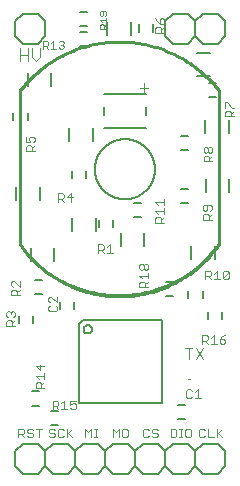
<source format=gto>
G75*
%MOIN*%
%OFA0B0*%
%FSLAX25Y25*%
%IPPOS*%
%LPD*%
%AMOC8*
5,1,8,0,0,1.08239X$1,22.5*
%
%ADD10C,0.00400*%
%ADD11C,0.00300*%
%ADD12C,0.00600*%
%ADD13C,0.00800*%
%ADD14C,0.00500*%
%ADD15C,0.00200*%
%ADD16C,0.01000*%
%ADD17C,0.00000*%
D10*
X0049068Y0131397D02*
X0049068Y0134133D01*
X0047700Y0132765D02*
X0050436Y0132765D01*
X0014579Y0143081D02*
X0014579Y0145817D01*
X0014579Y0143081D02*
X0013211Y0141713D01*
X0011844Y0143081D01*
X0011844Y0145817D01*
X0010436Y0145817D02*
X0010436Y0141713D01*
X0010436Y0143765D02*
X0007700Y0143765D01*
X0007700Y0141713D02*
X0007700Y0145817D01*
D11*
X0009820Y0116431D02*
X0009820Y0114497D01*
X0011271Y0114497D01*
X0010787Y0115464D01*
X0010787Y0115948D01*
X0011271Y0116431D01*
X0012238Y0116431D01*
X0012722Y0115948D01*
X0012722Y0114980D01*
X0012238Y0114497D01*
X0012722Y0113485D02*
X0011755Y0112517D01*
X0011755Y0113001D02*
X0011755Y0111550D01*
X0012722Y0111550D02*
X0009820Y0111550D01*
X0009820Y0113001D01*
X0010303Y0113485D01*
X0011271Y0113485D01*
X0011755Y0113001D01*
X0020454Y0097558D02*
X0021905Y0097558D01*
X0022389Y0097074D01*
X0022389Y0096106D01*
X0021905Y0095623D01*
X0020454Y0095623D01*
X0020454Y0094655D02*
X0020454Y0097558D01*
X0021421Y0095623D02*
X0022389Y0094655D01*
X0023400Y0096106D02*
X0025335Y0096106D01*
X0024852Y0094655D02*
X0024852Y0097558D01*
X0023400Y0096106D01*
X0033798Y0080517D02*
X0033798Y0077614D01*
X0033798Y0078582D02*
X0035249Y0078582D01*
X0035733Y0079065D01*
X0035733Y0080033D01*
X0035249Y0080517D01*
X0033798Y0080517D01*
X0034765Y0078582D02*
X0035733Y0077614D01*
X0036744Y0077614D02*
X0038679Y0077614D01*
X0037712Y0077614D02*
X0037712Y0080517D01*
X0036744Y0079549D01*
X0047598Y0073508D02*
X0047598Y0072540D01*
X0048081Y0072056D01*
X0048565Y0072056D01*
X0049049Y0072540D01*
X0049049Y0073508D01*
X0049533Y0073991D01*
X0050016Y0073991D01*
X0050500Y0073508D01*
X0050500Y0072540D01*
X0050016Y0072056D01*
X0049533Y0072056D01*
X0049049Y0072540D01*
X0049049Y0073508D02*
X0048565Y0073991D01*
X0048081Y0073991D01*
X0047598Y0073508D01*
X0047598Y0070077D02*
X0050500Y0070077D01*
X0050500Y0069110D02*
X0050500Y0071045D01*
X0050500Y0068098D02*
X0049533Y0067131D01*
X0049533Y0067615D02*
X0049533Y0066163D01*
X0050500Y0066163D02*
X0047598Y0066163D01*
X0047598Y0067615D01*
X0048081Y0068098D01*
X0049049Y0068098D01*
X0049533Y0067615D01*
X0048565Y0069110D02*
X0047598Y0070077D01*
X0052898Y0087663D02*
X0052898Y0089115D01*
X0053381Y0089598D01*
X0054349Y0089598D01*
X0054833Y0089115D01*
X0054833Y0087663D01*
X0055800Y0087663D02*
X0052898Y0087663D01*
X0054833Y0088631D02*
X0055800Y0089598D01*
X0055800Y0090610D02*
X0055800Y0092545D01*
X0055800Y0091577D02*
X0052898Y0091577D01*
X0053865Y0090610D01*
X0053865Y0093556D02*
X0052898Y0094524D01*
X0055800Y0094524D01*
X0055800Y0095491D02*
X0055800Y0093556D01*
X0068764Y0093164D02*
X0068764Y0092197D01*
X0069247Y0091713D01*
X0069731Y0091713D01*
X0070215Y0092197D01*
X0070215Y0093648D01*
X0071182Y0093648D02*
X0069247Y0093648D01*
X0068764Y0093164D01*
X0069247Y0090702D02*
X0070215Y0090702D01*
X0070699Y0090218D01*
X0070699Y0088767D01*
X0070699Y0089734D02*
X0071666Y0090702D01*
X0071182Y0091713D02*
X0071666Y0092197D01*
X0071666Y0093164D01*
X0071182Y0093648D01*
X0069247Y0090702D02*
X0068764Y0090218D01*
X0068764Y0088767D01*
X0071666Y0088767D01*
X0070978Y0071724D02*
X0069526Y0071724D01*
X0069526Y0068821D01*
X0069526Y0069789D02*
X0070978Y0069789D01*
X0071461Y0070272D01*
X0071461Y0071240D01*
X0070978Y0071724D01*
X0070494Y0069789D02*
X0071461Y0068821D01*
X0072473Y0068821D02*
X0074408Y0068821D01*
X0073440Y0068821D02*
X0073440Y0071724D01*
X0072473Y0070756D01*
X0075419Y0071240D02*
X0075419Y0069305D01*
X0077354Y0071240D01*
X0077354Y0069305D01*
X0076871Y0068821D01*
X0075903Y0068821D01*
X0075419Y0069305D01*
X0075419Y0071240D02*
X0075903Y0071724D01*
X0076871Y0071724D01*
X0077354Y0071240D01*
X0076238Y0050316D02*
X0075271Y0049832D01*
X0074303Y0048865D01*
X0075755Y0048865D01*
X0076238Y0048381D01*
X0076238Y0047897D01*
X0075755Y0047413D01*
X0074787Y0047413D01*
X0074303Y0047897D01*
X0074303Y0048865D01*
X0073292Y0047413D02*
X0071357Y0047413D01*
X0072324Y0047413D02*
X0072324Y0050316D01*
X0071357Y0049348D01*
X0070345Y0048865D02*
X0069862Y0048381D01*
X0068410Y0048381D01*
X0068410Y0047413D02*
X0068410Y0050316D01*
X0069862Y0050316D01*
X0070345Y0049832D01*
X0070345Y0048865D01*
X0069378Y0048381D02*
X0070345Y0047413D01*
X0068902Y0046067D02*
X0066433Y0042363D01*
X0068902Y0042363D02*
X0066433Y0046067D01*
X0065219Y0046067D02*
X0062750Y0046067D01*
X0063984Y0046067D02*
X0063984Y0042363D01*
X0063634Y0032116D02*
X0063150Y0031632D01*
X0063150Y0029697D01*
X0063634Y0029213D01*
X0064601Y0029213D01*
X0065085Y0029697D01*
X0066097Y0029213D02*
X0068031Y0029213D01*
X0067064Y0029213D02*
X0067064Y0032116D01*
X0066097Y0031148D01*
X0065085Y0031632D02*
X0064601Y0032116D01*
X0063634Y0032116D01*
X0063345Y0019066D02*
X0062861Y0018582D01*
X0062861Y0016647D01*
X0063345Y0016163D01*
X0064312Y0016163D01*
X0064796Y0016647D01*
X0064796Y0018582D01*
X0064312Y0019066D01*
X0063345Y0019066D01*
X0061864Y0019066D02*
X0060897Y0019066D01*
X0061380Y0019066D02*
X0061380Y0016163D01*
X0060897Y0016163D02*
X0061864Y0016163D01*
X0059885Y0016647D02*
X0059885Y0018582D01*
X0059401Y0019066D01*
X0057950Y0019066D01*
X0057950Y0016163D01*
X0059401Y0016163D01*
X0059885Y0016647D01*
X0053631Y0016647D02*
X0053148Y0016163D01*
X0052180Y0016163D01*
X0051697Y0016647D01*
X0050685Y0016647D02*
X0050201Y0016163D01*
X0049234Y0016163D01*
X0048750Y0016647D01*
X0048750Y0018582D01*
X0049234Y0019066D01*
X0050201Y0019066D01*
X0050685Y0018582D01*
X0051697Y0018582D02*
X0051697Y0018098D01*
X0052180Y0017615D01*
X0053148Y0017615D01*
X0053631Y0017131D01*
X0053631Y0016647D01*
X0053631Y0018582D02*
X0053148Y0019066D01*
X0052180Y0019066D01*
X0051697Y0018582D01*
X0043731Y0018582D02*
X0043731Y0016647D01*
X0043248Y0016163D01*
X0042280Y0016163D01*
X0041797Y0016647D01*
X0041797Y0018582D01*
X0042280Y0019066D01*
X0043248Y0019066D01*
X0043731Y0018582D01*
X0040785Y0019066D02*
X0040785Y0016163D01*
X0039817Y0018098D02*
X0040785Y0019066D01*
X0039817Y0018098D02*
X0038850Y0019066D01*
X0038850Y0016163D01*
X0033464Y0016163D02*
X0032497Y0016163D01*
X0032980Y0016163D02*
X0032980Y0019066D01*
X0032497Y0019066D02*
X0033464Y0019066D01*
X0031485Y0019066D02*
X0031485Y0016163D01*
X0030517Y0018098D02*
X0031485Y0019066D01*
X0030517Y0018098D02*
X0029550Y0019066D01*
X0029550Y0016163D01*
X0025278Y0016163D02*
X0023827Y0017615D01*
X0023343Y0017131D02*
X0025278Y0019066D01*
X0023343Y0019066D02*
X0023343Y0016163D01*
X0022331Y0016647D02*
X0021848Y0016163D01*
X0020880Y0016163D01*
X0020397Y0016647D01*
X0020397Y0018582D01*
X0020880Y0019066D01*
X0021848Y0019066D01*
X0022331Y0018582D01*
X0019385Y0018582D02*
X0018901Y0019066D01*
X0017934Y0019066D01*
X0017450Y0018582D01*
X0017450Y0018098D01*
X0017934Y0017615D01*
X0018901Y0017615D01*
X0019385Y0017131D01*
X0019385Y0016647D01*
X0018901Y0016163D01*
X0017934Y0016163D01*
X0017450Y0016647D01*
X0015078Y0019066D02*
X0013143Y0019066D01*
X0012131Y0018582D02*
X0011648Y0019066D01*
X0010680Y0019066D01*
X0010197Y0018582D01*
X0010197Y0018098D01*
X0010680Y0017615D01*
X0011648Y0017615D01*
X0012131Y0017131D01*
X0012131Y0016647D01*
X0011648Y0016163D01*
X0010680Y0016163D01*
X0010197Y0016647D01*
X0009185Y0016163D02*
X0008217Y0017131D01*
X0008701Y0017131D02*
X0007250Y0017131D01*
X0007250Y0016163D02*
X0007250Y0019066D01*
X0008701Y0019066D01*
X0009185Y0018582D01*
X0009185Y0017615D01*
X0008701Y0017131D01*
X0014111Y0016163D02*
X0014111Y0019066D01*
X0018650Y0025513D02*
X0018650Y0028416D01*
X0020101Y0028416D01*
X0020585Y0027932D01*
X0020585Y0026965D01*
X0020101Y0026481D01*
X0018650Y0026481D01*
X0019617Y0026481D02*
X0020585Y0025513D01*
X0021597Y0025513D02*
X0023531Y0025513D01*
X0022564Y0025513D02*
X0022564Y0028416D01*
X0021597Y0027448D01*
X0024543Y0026965D02*
X0025511Y0027448D01*
X0025994Y0027448D01*
X0026478Y0026965D01*
X0026478Y0025997D01*
X0025994Y0025513D01*
X0025027Y0025513D01*
X0024543Y0025997D01*
X0024543Y0026965D02*
X0024543Y0028416D01*
X0026478Y0028416D01*
X0015900Y0032563D02*
X0012998Y0032563D01*
X0012998Y0034015D01*
X0013481Y0034498D01*
X0014449Y0034498D01*
X0014933Y0034015D01*
X0014933Y0032563D01*
X0014933Y0033531D02*
X0015900Y0034498D01*
X0015900Y0035510D02*
X0015900Y0037445D01*
X0015900Y0036477D02*
X0012998Y0036477D01*
X0013965Y0035510D01*
X0014449Y0038456D02*
X0014449Y0040391D01*
X0015900Y0039908D02*
X0012998Y0039908D01*
X0014449Y0038456D01*
X0006074Y0053226D02*
X0003172Y0053226D01*
X0003172Y0054677D01*
X0003655Y0055161D01*
X0004623Y0055161D01*
X0005107Y0054677D01*
X0005107Y0053226D01*
X0005107Y0054193D02*
X0006074Y0055161D01*
X0005590Y0056172D02*
X0006074Y0056656D01*
X0006074Y0057623D01*
X0005590Y0058107D01*
X0005107Y0058107D01*
X0004623Y0057623D01*
X0004623Y0057140D01*
X0004623Y0057623D02*
X0004139Y0058107D01*
X0003655Y0058107D01*
X0003172Y0057623D01*
X0003172Y0056656D01*
X0003655Y0056172D01*
X0004824Y0063467D02*
X0004824Y0064918D01*
X0005307Y0065402D01*
X0006275Y0065402D01*
X0006759Y0064918D01*
X0006759Y0063467D01*
X0007726Y0063467D02*
X0004824Y0063467D01*
X0005307Y0066414D02*
X0004824Y0066897D01*
X0004824Y0067865D01*
X0005307Y0068349D01*
X0005791Y0068349D01*
X0007726Y0066414D01*
X0007726Y0068349D01*
X0007726Y0065402D02*
X0006759Y0064435D01*
X0017198Y0062561D02*
X0017198Y0061594D01*
X0017681Y0061110D01*
X0017681Y0060098D02*
X0017198Y0059615D01*
X0017198Y0058647D01*
X0017681Y0058163D01*
X0019616Y0058163D01*
X0020100Y0058647D01*
X0020100Y0059615D01*
X0019616Y0060098D01*
X0020100Y0061110D02*
X0018165Y0063045D01*
X0017681Y0063045D01*
X0017198Y0062561D01*
X0020100Y0063045D02*
X0020100Y0061110D01*
X0052879Y0150984D02*
X0052879Y0152435D01*
X0053363Y0152919D01*
X0054331Y0152919D01*
X0054814Y0152435D01*
X0054814Y0150984D01*
X0054814Y0151951D02*
X0055782Y0152919D01*
X0055298Y0153930D02*
X0055782Y0154414D01*
X0055782Y0155381D01*
X0055298Y0155865D01*
X0054814Y0155865D01*
X0054331Y0155381D01*
X0054331Y0153930D01*
X0055298Y0153930D01*
X0054331Y0153930D02*
X0053363Y0154898D01*
X0052879Y0155865D01*
X0052879Y0150984D02*
X0055782Y0150984D01*
X0069447Y0113007D02*
X0068964Y0112523D01*
X0068964Y0111556D01*
X0069447Y0111072D01*
X0069931Y0111072D01*
X0070415Y0111556D01*
X0070415Y0112523D01*
X0070899Y0113007D01*
X0071382Y0113007D01*
X0071866Y0112523D01*
X0071866Y0111556D01*
X0071382Y0111072D01*
X0070899Y0111072D01*
X0070415Y0111556D01*
X0070415Y0112523D02*
X0069931Y0113007D01*
X0069447Y0113007D01*
X0069447Y0110061D02*
X0070415Y0110061D01*
X0070899Y0109577D01*
X0070899Y0108126D01*
X0070899Y0109093D02*
X0071866Y0110061D01*
X0071866Y0108126D02*
X0068964Y0108126D01*
X0068964Y0109577D01*
X0069447Y0110061D01*
X0076156Y0123126D02*
X0076156Y0124577D01*
X0076640Y0125061D01*
X0077607Y0125061D01*
X0078091Y0124577D01*
X0078091Y0123126D01*
X0078091Y0124094D02*
X0079058Y0125061D01*
X0079058Y0126073D02*
X0078575Y0126073D01*
X0076640Y0128008D01*
X0076156Y0128008D01*
X0076156Y0126073D01*
X0076156Y0123126D02*
X0079058Y0123126D01*
X0075278Y0019066D02*
X0073343Y0017131D01*
X0073827Y0017615D02*
X0075278Y0016163D01*
X0073343Y0016163D02*
X0073343Y0019066D01*
X0072331Y0016163D02*
X0070397Y0016163D01*
X0070397Y0019066D01*
X0069385Y0018582D02*
X0068901Y0019066D01*
X0067934Y0019066D01*
X0067450Y0018582D01*
X0067450Y0016647D01*
X0067934Y0016163D01*
X0068901Y0016163D01*
X0069385Y0016647D01*
D12*
X0006170Y0011600D02*
X0006170Y0006600D01*
X0008670Y0004100D01*
X0013670Y0004100D01*
X0016170Y0006600D01*
X0018670Y0004100D01*
X0023670Y0004100D01*
X0026170Y0006600D01*
X0026170Y0011600D01*
X0023670Y0014100D01*
X0018670Y0014100D01*
X0016170Y0011600D01*
X0016170Y0006600D01*
X0016170Y0011600D02*
X0013670Y0014100D01*
X0008670Y0014100D01*
X0006170Y0011600D01*
X0011819Y0026751D02*
X0014181Y0026751D01*
X0014181Y0031476D02*
X0011819Y0031476D01*
X0018219Y0024876D02*
X0020581Y0024876D01*
X0020581Y0020151D02*
X0018219Y0020151D01*
X0026170Y0011600D02*
X0028670Y0014100D01*
X0033670Y0014100D01*
X0036170Y0011600D01*
X0038670Y0014100D01*
X0043670Y0014100D01*
X0046170Y0011600D01*
X0048670Y0014100D01*
X0053670Y0014100D01*
X0056170Y0011600D01*
X0056170Y0006600D01*
X0053670Y0004100D01*
X0048670Y0004100D01*
X0046170Y0006600D01*
X0043670Y0004100D01*
X0038670Y0004100D01*
X0036170Y0006600D01*
X0033670Y0004100D01*
X0028670Y0004100D01*
X0026170Y0006600D01*
X0036170Y0006600D02*
X0036170Y0011600D01*
X0027371Y0027584D02*
X0027371Y0053785D01*
X0028769Y0055183D01*
X0054969Y0055183D01*
X0054969Y0027584D01*
X0027371Y0027584D01*
X0028956Y0052183D02*
X0028958Y0052258D01*
X0028964Y0052332D01*
X0028974Y0052406D01*
X0028987Y0052479D01*
X0029005Y0052552D01*
X0029026Y0052623D01*
X0029051Y0052694D01*
X0029080Y0052763D01*
X0029113Y0052830D01*
X0029149Y0052895D01*
X0029188Y0052959D01*
X0029230Y0053020D01*
X0029276Y0053079D01*
X0029325Y0053136D01*
X0029377Y0053189D01*
X0029431Y0053240D01*
X0029488Y0053289D01*
X0029548Y0053333D01*
X0029610Y0053375D01*
X0029674Y0053414D01*
X0029740Y0053449D01*
X0029807Y0053480D01*
X0029877Y0053508D01*
X0029947Y0053532D01*
X0030019Y0053553D01*
X0030092Y0053569D01*
X0030165Y0053582D01*
X0030240Y0053591D01*
X0030314Y0053596D01*
X0030389Y0053597D01*
X0030463Y0053594D01*
X0030538Y0053587D01*
X0030611Y0053576D01*
X0030685Y0053562D01*
X0030757Y0053543D01*
X0030828Y0053521D01*
X0030898Y0053495D01*
X0030967Y0053465D01*
X0031033Y0053432D01*
X0031098Y0053395D01*
X0031161Y0053355D01*
X0031222Y0053311D01*
X0031280Y0053265D01*
X0031336Y0053215D01*
X0031389Y0053163D01*
X0031440Y0053108D01*
X0031487Y0053050D01*
X0031531Y0052990D01*
X0031572Y0052927D01*
X0031610Y0052863D01*
X0031644Y0052797D01*
X0031675Y0052728D01*
X0031702Y0052659D01*
X0031725Y0052588D01*
X0031744Y0052516D01*
X0031760Y0052443D01*
X0031772Y0052369D01*
X0031780Y0052295D01*
X0031784Y0052220D01*
X0031784Y0052146D01*
X0031780Y0052071D01*
X0031772Y0051997D01*
X0031760Y0051923D01*
X0031744Y0051850D01*
X0031725Y0051778D01*
X0031702Y0051707D01*
X0031675Y0051638D01*
X0031644Y0051569D01*
X0031610Y0051503D01*
X0031572Y0051439D01*
X0031531Y0051376D01*
X0031487Y0051316D01*
X0031440Y0051258D01*
X0031389Y0051203D01*
X0031336Y0051151D01*
X0031280Y0051101D01*
X0031222Y0051055D01*
X0031161Y0051011D01*
X0031098Y0050971D01*
X0031033Y0050934D01*
X0030967Y0050901D01*
X0030898Y0050871D01*
X0030828Y0050845D01*
X0030757Y0050823D01*
X0030685Y0050804D01*
X0030611Y0050790D01*
X0030538Y0050779D01*
X0030463Y0050772D01*
X0030389Y0050769D01*
X0030314Y0050770D01*
X0030240Y0050775D01*
X0030165Y0050784D01*
X0030092Y0050797D01*
X0030019Y0050813D01*
X0029947Y0050834D01*
X0029877Y0050858D01*
X0029807Y0050886D01*
X0029740Y0050917D01*
X0029674Y0050952D01*
X0029610Y0050991D01*
X0029548Y0051033D01*
X0029488Y0051077D01*
X0029431Y0051126D01*
X0029377Y0051177D01*
X0029325Y0051230D01*
X0029276Y0051287D01*
X0029230Y0051346D01*
X0029188Y0051407D01*
X0029149Y0051471D01*
X0029113Y0051536D01*
X0029080Y0051603D01*
X0029051Y0051672D01*
X0029026Y0051743D01*
X0029005Y0051814D01*
X0028987Y0051887D01*
X0028974Y0051960D01*
X0028964Y0052034D01*
X0028958Y0052108D01*
X0028956Y0052183D01*
X0025862Y0058932D02*
X0025862Y0061294D01*
X0021138Y0061294D02*
X0021138Y0058932D01*
X0015078Y0063825D02*
X0012716Y0063825D01*
X0012716Y0068550D02*
X0015078Y0068550D01*
X0012136Y0056557D02*
X0012136Y0054194D01*
X0007412Y0054194D02*
X0007412Y0056557D01*
X0025196Y0102636D02*
X0025196Y0104998D01*
X0029920Y0104998D02*
X0029920Y0102636D01*
X0034154Y0088587D02*
X0034154Y0086224D01*
X0038879Y0086224D02*
X0038879Y0088587D01*
X0045819Y0089651D02*
X0048181Y0089651D01*
X0048181Y0094376D02*
X0045819Y0094376D01*
X0056319Y0067876D02*
X0058681Y0067876D01*
X0058681Y0063151D02*
X0056319Y0063151D01*
X0063930Y0062709D02*
X0063930Y0065071D01*
X0068654Y0065071D02*
X0068654Y0062709D01*
X0070438Y0057994D02*
X0070438Y0055632D01*
X0075162Y0055632D02*
X0075162Y0057994D01*
X0062881Y0027076D02*
X0060519Y0027076D01*
X0060519Y0022351D02*
X0062881Y0022351D01*
X0063670Y0014100D02*
X0058670Y0014100D01*
X0056170Y0011600D01*
X0056170Y0006600D02*
X0058670Y0004100D01*
X0063670Y0004100D01*
X0066170Y0006600D01*
X0068670Y0004100D01*
X0073670Y0004100D01*
X0076170Y0006600D01*
X0076170Y0011600D01*
X0073670Y0014100D01*
X0068670Y0014100D01*
X0066170Y0011600D01*
X0066170Y0006600D01*
X0066170Y0011600D02*
X0063670Y0014100D01*
X0046170Y0011600D02*
X0046170Y0006600D01*
X0061422Y0094285D02*
X0063784Y0094285D01*
X0063784Y0099009D02*
X0061422Y0099009D01*
X0061481Y0111785D02*
X0063843Y0111785D01*
X0063843Y0116509D02*
X0061481Y0116509D01*
X0070863Y0129509D02*
X0073225Y0129509D01*
X0073225Y0134234D02*
X0070863Y0134234D01*
X0068670Y0147407D02*
X0073670Y0147407D01*
X0076170Y0149907D01*
X0076170Y0154907D01*
X0073670Y0157407D01*
X0068670Y0157407D01*
X0066170Y0154907D01*
X0066170Y0149907D01*
X0068670Y0147407D01*
X0066170Y0149907D02*
X0063670Y0147407D01*
X0058670Y0147407D01*
X0056170Y0149907D01*
X0056170Y0154907D01*
X0058670Y0157407D01*
X0063670Y0157407D01*
X0066170Y0154907D01*
X0052280Y0153781D02*
X0052280Y0151419D01*
X0047556Y0151419D02*
X0047556Y0153781D01*
X0029981Y0153151D02*
X0027619Y0153151D01*
X0027619Y0151376D02*
X0029981Y0151376D01*
X0029981Y0146651D02*
X0027619Y0146651D01*
X0027619Y0157876D02*
X0029981Y0157876D01*
X0016170Y0154907D02*
X0016170Y0149907D01*
X0013670Y0147407D01*
X0008670Y0147407D01*
X0006170Y0149907D01*
X0006170Y0154907D01*
X0008670Y0157407D01*
X0013670Y0157407D01*
X0016170Y0154907D01*
X0010284Y0124281D02*
X0010284Y0121919D01*
X0005560Y0121919D02*
X0005560Y0124281D01*
D13*
X0010363Y0133348D02*
X0010363Y0137679D01*
X0018237Y0137679D02*
X0018237Y0133348D01*
X0024178Y0119179D02*
X0024178Y0114848D01*
X0032052Y0114848D02*
X0032052Y0119179D01*
X0033020Y0089376D02*
X0033020Y0085045D01*
X0025146Y0085045D02*
X0025146Y0089376D01*
X0019211Y0079361D02*
X0019211Y0075031D01*
X0011337Y0075031D02*
X0011337Y0079361D01*
X0014464Y0095191D02*
X0014464Y0099521D01*
X0006590Y0099521D02*
X0006590Y0095191D01*
X0036863Y0150348D02*
X0036863Y0154679D01*
X0044737Y0154679D02*
X0044737Y0150348D01*
X0066635Y0144395D02*
X0070965Y0144395D01*
X0070965Y0136521D02*
X0066635Y0136521D01*
X0069536Y0121781D02*
X0069536Y0117450D01*
X0069729Y0102261D02*
X0069729Y0097931D01*
X0077603Y0097931D02*
X0077603Y0102261D01*
X0077410Y0117450D02*
X0077410Y0121781D01*
X0072761Y0079982D02*
X0072761Y0075651D01*
X0064887Y0075651D02*
X0064887Y0079982D01*
X0049237Y0080048D02*
X0049237Y0084379D01*
X0041363Y0084379D02*
X0041363Y0080048D01*
D14*
X0073995Y0080557D02*
X0073408Y0079756D01*
X0072802Y0078971D01*
X0072178Y0078200D01*
X0071534Y0077445D01*
X0070873Y0076705D01*
X0070193Y0075982D01*
X0069497Y0075276D01*
X0068783Y0074587D01*
X0068052Y0073916D01*
X0067306Y0073262D01*
X0066544Y0072627D01*
X0065766Y0072011D01*
X0064974Y0071414D01*
X0064167Y0070836D01*
X0063347Y0070278D01*
X0062513Y0069740D01*
X0061666Y0069223D01*
X0060807Y0068727D01*
X0059937Y0068251D01*
X0059054Y0067797D01*
X0058161Y0067365D01*
X0057258Y0066955D01*
X0056345Y0066566D01*
X0055423Y0066200D01*
X0054492Y0065857D01*
X0053553Y0065536D01*
X0052607Y0065239D01*
X0051653Y0064964D01*
X0050694Y0064713D01*
X0049728Y0064485D01*
X0048757Y0064281D01*
X0047781Y0064101D01*
X0046802Y0063944D01*
X0045818Y0063812D01*
X0044832Y0063703D01*
X0043844Y0063619D01*
X0042854Y0063558D01*
X0041862Y0063522D01*
X0040870Y0063510D01*
X0039878Y0063522D01*
X0038886Y0063558D01*
X0037896Y0063619D01*
X0036908Y0063703D01*
X0035922Y0063812D01*
X0034938Y0063944D01*
X0033959Y0064101D01*
X0032983Y0064281D01*
X0032012Y0064485D01*
X0031046Y0064713D01*
X0030087Y0064964D01*
X0029133Y0065239D01*
X0028187Y0065536D01*
X0027248Y0065857D01*
X0026317Y0066200D01*
X0025395Y0066566D01*
X0024482Y0066955D01*
X0023579Y0067365D01*
X0022686Y0067797D01*
X0021803Y0068251D01*
X0020933Y0068727D01*
X0020074Y0069223D01*
X0019227Y0069740D01*
X0018393Y0070278D01*
X0017573Y0070836D01*
X0016766Y0071414D01*
X0015974Y0072011D01*
X0015196Y0072627D01*
X0014434Y0073262D01*
X0013688Y0073916D01*
X0012957Y0074587D01*
X0012243Y0075276D01*
X0011547Y0075982D01*
X0010867Y0076705D01*
X0010206Y0077445D01*
X0009562Y0078200D01*
X0008938Y0078971D01*
X0008332Y0079756D01*
X0007745Y0080557D01*
X0035855Y0119427D02*
X0049635Y0119427D01*
X0049635Y0123757D02*
X0049635Y0126120D01*
X0049635Y0130450D02*
X0035855Y0130450D01*
X0035855Y0126120D02*
X0035855Y0123757D01*
X0007745Y0131807D02*
X0008391Y0132610D01*
X0009057Y0133396D01*
X0009741Y0134166D01*
X0010445Y0134919D01*
X0011166Y0135654D01*
X0011905Y0136371D01*
X0012662Y0137071D01*
X0013436Y0137751D01*
X0014226Y0138412D01*
X0015031Y0139054D01*
X0015853Y0139676D01*
X0016689Y0140278D01*
X0017540Y0140859D01*
X0018404Y0141419D01*
X0019282Y0141958D01*
X0020174Y0142475D01*
X0021077Y0142970D01*
X0021992Y0143443D01*
X0022919Y0143893D01*
X0023856Y0144321D01*
X0024803Y0144726D01*
X0025761Y0145107D01*
X0026727Y0145465D01*
X0027701Y0145799D01*
X0028684Y0146109D01*
X0029673Y0146395D01*
X0030670Y0146656D01*
X0031672Y0146894D01*
X0032680Y0147106D01*
X0033693Y0147294D01*
X0034711Y0147457D01*
X0035732Y0147595D01*
X0036756Y0147709D01*
X0037782Y0147797D01*
X0038810Y0147860D01*
X0039840Y0147897D01*
X0040870Y0147910D01*
X0041900Y0147897D01*
X0042930Y0147860D01*
X0043958Y0147797D01*
X0044984Y0147709D01*
X0046008Y0147595D01*
X0047029Y0147457D01*
X0048047Y0147294D01*
X0049060Y0147106D01*
X0050068Y0146894D01*
X0051070Y0146656D01*
X0052067Y0146395D01*
X0053056Y0146109D01*
X0054039Y0145799D01*
X0055013Y0145465D01*
X0055979Y0145107D01*
X0056937Y0144726D01*
X0057884Y0144321D01*
X0058821Y0143893D01*
X0059748Y0143443D01*
X0060663Y0142970D01*
X0061566Y0142475D01*
X0062458Y0141958D01*
X0063336Y0141419D01*
X0064200Y0140859D01*
X0065051Y0140278D01*
X0065887Y0139676D01*
X0066709Y0139054D01*
X0067514Y0138412D01*
X0068304Y0137751D01*
X0069078Y0137071D01*
X0069835Y0136371D01*
X0070574Y0135654D01*
X0071295Y0134919D01*
X0071999Y0134166D01*
X0072683Y0133396D01*
X0073349Y0132610D01*
X0073995Y0131807D01*
X0032745Y0105557D02*
X0032748Y0105802D01*
X0032757Y0106048D01*
X0032772Y0106293D01*
X0032793Y0106537D01*
X0032820Y0106781D01*
X0032853Y0107024D01*
X0032892Y0107267D01*
X0032937Y0107508D01*
X0032988Y0107748D01*
X0033045Y0107987D01*
X0033107Y0108224D01*
X0033176Y0108460D01*
X0033250Y0108694D01*
X0033330Y0108926D01*
X0033415Y0109156D01*
X0033506Y0109384D01*
X0033603Y0109609D01*
X0033705Y0109833D01*
X0033813Y0110053D01*
X0033926Y0110271D01*
X0034044Y0110486D01*
X0034168Y0110698D01*
X0034296Y0110907D01*
X0034430Y0111113D01*
X0034569Y0111315D01*
X0034713Y0111514D01*
X0034862Y0111709D01*
X0035015Y0111901D01*
X0035173Y0112089D01*
X0035335Y0112273D01*
X0035503Y0112452D01*
X0035674Y0112628D01*
X0035850Y0112799D01*
X0036029Y0112967D01*
X0036213Y0113129D01*
X0036401Y0113287D01*
X0036593Y0113440D01*
X0036788Y0113589D01*
X0036987Y0113733D01*
X0037189Y0113872D01*
X0037395Y0114006D01*
X0037604Y0114134D01*
X0037816Y0114258D01*
X0038031Y0114376D01*
X0038249Y0114489D01*
X0038469Y0114597D01*
X0038693Y0114699D01*
X0038918Y0114796D01*
X0039146Y0114887D01*
X0039376Y0114972D01*
X0039608Y0115052D01*
X0039842Y0115126D01*
X0040078Y0115195D01*
X0040315Y0115257D01*
X0040554Y0115314D01*
X0040794Y0115365D01*
X0041035Y0115410D01*
X0041278Y0115449D01*
X0041521Y0115482D01*
X0041765Y0115509D01*
X0042009Y0115530D01*
X0042254Y0115545D01*
X0042500Y0115554D01*
X0042745Y0115557D01*
X0042990Y0115554D01*
X0043236Y0115545D01*
X0043481Y0115530D01*
X0043725Y0115509D01*
X0043969Y0115482D01*
X0044212Y0115449D01*
X0044455Y0115410D01*
X0044696Y0115365D01*
X0044936Y0115314D01*
X0045175Y0115257D01*
X0045412Y0115195D01*
X0045648Y0115126D01*
X0045882Y0115052D01*
X0046114Y0114972D01*
X0046344Y0114887D01*
X0046572Y0114796D01*
X0046797Y0114699D01*
X0047021Y0114597D01*
X0047241Y0114489D01*
X0047459Y0114376D01*
X0047674Y0114258D01*
X0047886Y0114134D01*
X0048095Y0114006D01*
X0048301Y0113872D01*
X0048503Y0113733D01*
X0048702Y0113589D01*
X0048897Y0113440D01*
X0049089Y0113287D01*
X0049277Y0113129D01*
X0049461Y0112967D01*
X0049640Y0112799D01*
X0049816Y0112628D01*
X0049987Y0112452D01*
X0050155Y0112273D01*
X0050317Y0112089D01*
X0050475Y0111901D01*
X0050628Y0111709D01*
X0050777Y0111514D01*
X0050921Y0111315D01*
X0051060Y0111113D01*
X0051194Y0110907D01*
X0051322Y0110698D01*
X0051446Y0110486D01*
X0051564Y0110271D01*
X0051677Y0110053D01*
X0051785Y0109833D01*
X0051887Y0109609D01*
X0051984Y0109384D01*
X0052075Y0109156D01*
X0052160Y0108926D01*
X0052240Y0108694D01*
X0052314Y0108460D01*
X0052383Y0108224D01*
X0052445Y0107987D01*
X0052502Y0107748D01*
X0052553Y0107508D01*
X0052598Y0107267D01*
X0052637Y0107024D01*
X0052670Y0106781D01*
X0052697Y0106537D01*
X0052718Y0106293D01*
X0052733Y0106048D01*
X0052742Y0105802D01*
X0052745Y0105557D01*
X0052742Y0105312D01*
X0052733Y0105066D01*
X0052718Y0104821D01*
X0052697Y0104577D01*
X0052670Y0104333D01*
X0052637Y0104090D01*
X0052598Y0103847D01*
X0052553Y0103606D01*
X0052502Y0103366D01*
X0052445Y0103127D01*
X0052383Y0102890D01*
X0052314Y0102654D01*
X0052240Y0102420D01*
X0052160Y0102188D01*
X0052075Y0101958D01*
X0051984Y0101730D01*
X0051887Y0101505D01*
X0051785Y0101281D01*
X0051677Y0101061D01*
X0051564Y0100843D01*
X0051446Y0100628D01*
X0051322Y0100416D01*
X0051194Y0100207D01*
X0051060Y0100001D01*
X0050921Y0099799D01*
X0050777Y0099600D01*
X0050628Y0099405D01*
X0050475Y0099213D01*
X0050317Y0099025D01*
X0050155Y0098841D01*
X0049987Y0098662D01*
X0049816Y0098486D01*
X0049640Y0098315D01*
X0049461Y0098147D01*
X0049277Y0097985D01*
X0049089Y0097827D01*
X0048897Y0097674D01*
X0048702Y0097525D01*
X0048503Y0097381D01*
X0048301Y0097242D01*
X0048095Y0097108D01*
X0047886Y0096980D01*
X0047674Y0096856D01*
X0047459Y0096738D01*
X0047241Y0096625D01*
X0047021Y0096517D01*
X0046797Y0096415D01*
X0046572Y0096318D01*
X0046344Y0096227D01*
X0046114Y0096142D01*
X0045882Y0096062D01*
X0045648Y0095988D01*
X0045412Y0095919D01*
X0045175Y0095857D01*
X0044936Y0095800D01*
X0044696Y0095749D01*
X0044455Y0095704D01*
X0044212Y0095665D01*
X0043969Y0095632D01*
X0043725Y0095605D01*
X0043481Y0095584D01*
X0043236Y0095569D01*
X0042990Y0095560D01*
X0042745Y0095557D01*
X0042500Y0095560D01*
X0042254Y0095569D01*
X0042009Y0095584D01*
X0041765Y0095605D01*
X0041521Y0095632D01*
X0041278Y0095665D01*
X0041035Y0095704D01*
X0040794Y0095749D01*
X0040554Y0095800D01*
X0040315Y0095857D01*
X0040078Y0095919D01*
X0039842Y0095988D01*
X0039608Y0096062D01*
X0039376Y0096142D01*
X0039146Y0096227D01*
X0038918Y0096318D01*
X0038693Y0096415D01*
X0038469Y0096517D01*
X0038249Y0096625D01*
X0038031Y0096738D01*
X0037816Y0096856D01*
X0037604Y0096980D01*
X0037395Y0097108D01*
X0037189Y0097242D01*
X0036987Y0097381D01*
X0036788Y0097525D01*
X0036593Y0097674D01*
X0036401Y0097827D01*
X0036213Y0097985D01*
X0036029Y0098147D01*
X0035850Y0098315D01*
X0035674Y0098486D01*
X0035503Y0098662D01*
X0035335Y0098841D01*
X0035173Y0099025D01*
X0035015Y0099213D01*
X0034862Y0099405D01*
X0034713Y0099600D01*
X0034569Y0099799D01*
X0034430Y0100001D01*
X0034296Y0100207D01*
X0034168Y0100416D01*
X0034044Y0100628D01*
X0033926Y0100843D01*
X0033813Y0101061D01*
X0033705Y0101281D01*
X0033603Y0101505D01*
X0033506Y0101730D01*
X0033415Y0101958D01*
X0033330Y0102188D01*
X0033250Y0102420D01*
X0033176Y0102654D01*
X0033107Y0102890D01*
X0033045Y0103127D01*
X0032988Y0103366D01*
X0032937Y0103606D01*
X0032892Y0103847D01*
X0032853Y0104090D01*
X0032820Y0104333D01*
X0032793Y0104577D01*
X0032772Y0104821D01*
X0032757Y0105066D01*
X0032748Y0105312D01*
X0032745Y0105557D01*
D15*
X0021923Y0145763D02*
X0021055Y0145763D01*
X0020622Y0146197D01*
X0019778Y0145763D02*
X0018044Y0145763D01*
X0017200Y0145763D02*
X0016333Y0146631D01*
X0016766Y0146631D02*
X0017200Y0147064D01*
X0017200Y0147932D01*
X0016766Y0148366D01*
X0015465Y0148366D01*
X0015465Y0145763D01*
X0015465Y0146631D02*
X0016766Y0146631D01*
X0018044Y0147498D02*
X0018911Y0148366D01*
X0018911Y0145763D01*
X0020622Y0147932D02*
X0021055Y0148366D01*
X0021923Y0148366D01*
X0022357Y0147932D01*
X0022357Y0147498D01*
X0021923Y0147064D01*
X0022357Y0146631D01*
X0022357Y0146197D01*
X0021923Y0145763D01*
X0021923Y0147064D02*
X0021489Y0147064D01*
X0034348Y0152313D02*
X0034348Y0153414D01*
X0034715Y0153781D01*
X0035449Y0153781D01*
X0035816Y0153414D01*
X0035816Y0152313D01*
X0036550Y0152313D02*
X0034348Y0152313D01*
X0035082Y0154523D02*
X0034348Y0155257D01*
X0036550Y0155257D01*
X0036550Y0154523D02*
X0036550Y0155991D01*
X0036183Y0156733D02*
X0036550Y0157100D01*
X0036550Y0157834D01*
X0036183Y0158201D01*
X0034715Y0158201D01*
X0034348Y0157834D01*
X0034348Y0157100D01*
X0034715Y0156733D01*
X0035082Y0156733D01*
X0035449Y0157100D01*
X0035449Y0158201D01*
X0036550Y0153781D02*
X0035816Y0153047D01*
D16*
X0007745Y0131806D02*
X0008379Y0132604D01*
X0009032Y0133385D01*
X0009704Y0134150D01*
X0010394Y0134899D01*
X0011102Y0135631D01*
X0011828Y0136345D01*
X0012571Y0137042D01*
X0013331Y0137720D01*
X0014107Y0138380D01*
X0014899Y0139021D01*
X0015706Y0139642D01*
X0016528Y0140243D01*
X0017364Y0140824D01*
X0018214Y0141385D01*
X0019078Y0141925D01*
X0019954Y0142444D01*
X0020843Y0142941D01*
X0021744Y0143417D01*
X0022656Y0143870D01*
X0023578Y0144302D01*
X0024511Y0144711D01*
X0025454Y0145097D01*
X0026405Y0145460D01*
X0027365Y0145799D01*
X0028334Y0146116D01*
X0029309Y0146408D01*
X0030291Y0146677D01*
X0031280Y0146922D01*
X0032274Y0147143D01*
X0033273Y0147340D01*
X0034277Y0147512D01*
X0035285Y0147660D01*
X0036296Y0147784D01*
X0037310Y0147883D01*
X0038325Y0147957D01*
X0039343Y0148006D01*
X0040361Y0148031D01*
X0041379Y0148031D01*
X0042397Y0148006D01*
X0043415Y0147957D01*
X0044430Y0147883D01*
X0045444Y0147784D01*
X0046455Y0147660D01*
X0047463Y0147512D01*
X0048467Y0147340D01*
X0049466Y0147143D01*
X0050460Y0146922D01*
X0051449Y0146677D01*
X0052431Y0146408D01*
X0053406Y0146116D01*
X0054375Y0145799D01*
X0055335Y0145460D01*
X0056286Y0145097D01*
X0057229Y0144711D01*
X0058162Y0144302D01*
X0059084Y0143870D01*
X0059996Y0143417D01*
X0060897Y0142941D01*
X0061786Y0142444D01*
X0062662Y0141925D01*
X0063526Y0141385D01*
X0064376Y0140824D01*
X0065212Y0140243D01*
X0066034Y0139642D01*
X0066841Y0139021D01*
X0067633Y0138380D01*
X0068409Y0137720D01*
X0069169Y0137042D01*
X0069912Y0136345D01*
X0070638Y0135631D01*
X0071346Y0134899D01*
X0072036Y0134150D01*
X0072708Y0133385D01*
X0073361Y0132604D01*
X0073995Y0131806D01*
X0073995Y0131807D02*
X0073995Y0080557D01*
X0073426Y0079752D01*
X0072838Y0078962D01*
X0072230Y0078186D01*
X0071604Y0077425D01*
X0070959Y0076680D01*
X0070296Y0075951D01*
X0069616Y0075238D01*
X0068918Y0074543D01*
X0068203Y0073864D01*
X0067473Y0073204D01*
X0066726Y0072561D01*
X0065963Y0071937D01*
X0065186Y0071332D01*
X0064394Y0070746D01*
X0063587Y0070179D01*
X0062767Y0069633D01*
X0061934Y0069106D01*
X0061089Y0068601D01*
X0060231Y0068116D01*
X0059362Y0067652D01*
X0058481Y0067210D01*
X0057590Y0066789D01*
X0056689Y0066391D01*
X0055778Y0066014D01*
X0054859Y0065660D01*
X0053931Y0065329D01*
X0052995Y0065020D01*
X0052052Y0064735D01*
X0051102Y0064472D01*
X0050147Y0064233D01*
X0049185Y0064018D01*
X0048219Y0063826D01*
X0047248Y0063658D01*
X0046273Y0063514D01*
X0045295Y0063393D01*
X0044314Y0063297D01*
X0043332Y0063224D01*
X0042348Y0063176D01*
X0041363Y0063152D01*
X0040377Y0063152D01*
X0039392Y0063176D01*
X0038408Y0063224D01*
X0037426Y0063297D01*
X0036445Y0063393D01*
X0035467Y0063514D01*
X0034492Y0063658D01*
X0033521Y0063826D01*
X0032555Y0064018D01*
X0031593Y0064233D01*
X0030638Y0064472D01*
X0029688Y0064735D01*
X0028745Y0065020D01*
X0027809Y0065329D01*
X0026881Y0065660D01*
X0025962Y0066014D01*
X0025051Y0066391D01*
X0024150Y0066789D01*
X0023259Y0067210D01*
X0022378Y0067652D01*
X0021509Y0068116D01*
X0020651Y0068601D01*
X0019806Y0069106D01*
X0018973Y0069633D01*
X0018153Y0070179D01*
X0017346Y0070746D01*
X0016554Y0071332D01*
X0015777Y0071937D01*
X0015014Y0072561D01*
X0014267Y0073204D01*
X0013537Y0073864D01*
X0012822Y0074543D01*
X0012124Y0075238D01*
X0011444Y0075951D01*
X0010781Y0076680D01*
X0010136Y0077425D01*
X0009510Y0078186D01*
X0008902Y0078962D01*
X0008314Y0079752D01*
X0007745Y0080557D01*
X0007745Y0131807D01*
D17*
X0063800Y0035613D02*
X0063800Y0035513D01*
X0063800Y0035547D02*
X0063850Y0035547D01*
X0063867Y0035563D01*
X0063867Y0035597D01*
X0063850Y0035613D01*
X0063800Y0035613D01*
X0063892Y0035613D02*
X0063959Y0035613D01*
X0063984Y0035613D02*
X0064034Y0035613D01*
X0064051Y0035597D01*
X0064051Y0035563D01*
X0064034Y0035547D01*
X0063984Y0035547D01*
X0064018Y0035547D02*
X0064051Y0035513D01*
X0064076Y0035513D02*
X0064143Y0035513D01*
X0064110Y0035513D02*
X0064110Y0035613D01*
X0064076Y0035580D01*
X0063984Y0035613D02*
X0063984Y0035513D01*
X0063925Y0035513D02*
X0063925Y0035613D01*
X0064168Y0035613D02*
X0064235Y0035613D01*
X0064260Y0035613D02*
X0064310Y0035613D01*
X0064327Y0035597D01*
X0064327Y0035563D01*
X0064310Y0035547D01*
X0064260Y0035547D01*
X0064260Y0035513D02*
X0064260Y0035613D01*
X0064202Y0035613D02*
X0064202Y0035513D01*
X0064352Y0035513D02*
X0064419Y0035513D01*
X0064445Y0035530D02*
X0064461Y0035513D01*
X0064495Y0035513D01*
X0064511Y0035530D01*
X0064511Y0035547D01*
X0064495Y0035563D01*
X0064478Y0035563D01*
X0064495Y0035563D02*
X0064511Y0035580D01*
X0064511Y0035597D01*
X0064495Y0035613D01*
X0064461Y0035613D01*
X0064445Y0035597D01*
X0064386Y0035613D02*
X0064386Y0035513D01*
X0064352Y0035580D02*
X0064386Y0035613D01*
X0064537Y0035613D02*
X0064587Y0035613D01*
X0064603Y0035597D01*
X0064603Y0035563D01*
X0064587Y0035547D01*
X0064537Y0035547D01*
X0064570Y0035547D02*
X0064603Y0035513D01*
X0064537Y0035513D02*
X0064537Y0035613D01*
M02*

</source>
